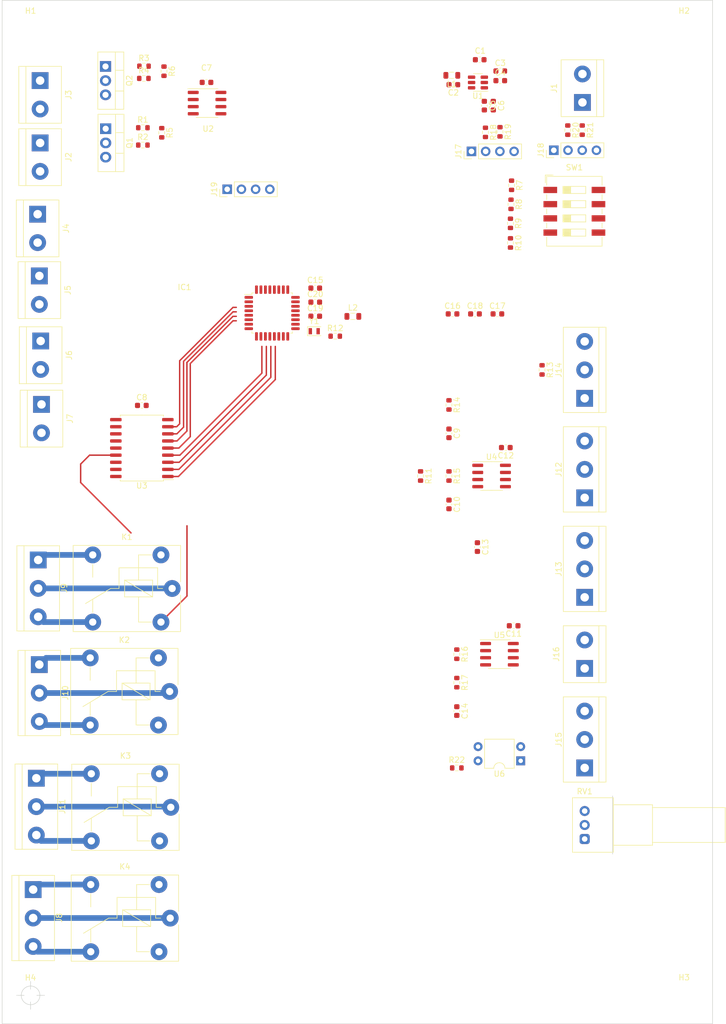
<source format=kicad_pcb>
(kicad_pcb (version 20211014) (generator pcbnew)
  (layers (0 "F.Cu" signal) (31 "B.Cu" signal) (34 "B.Paste" user) (35 "F.Paste" user) (36 "B.SilkS" user "B.Silkscreen") (37 "F.SilkS" user "F.Silkscreen") (38 "B.Mask" user) (39 "F.Mask" user) (44 "Edge.Cuts" user))
  (net 0 "")
  (net 1 "+12V")
  (net 2 "GND")
  (net 3 "Net-(C2-Pad1)")
  (net 4 "Net-(C2-Pad2)")
  (net 5 "+5V")
  (net 6 "/MainMicro/TDS_DATA")
  (net 7 "/MainMicro/pH_DATA")
  (net 8 "/MainMicro/LDR_DATA")
  (net 9 "Net-(C17-Pad1)")
  (net 10 "Net-(C18-Pad1)")
  (net 11 "+5VA")
  (net 12 "/DriverMotores/M1")
  (net 13 "/DriverMotores/M2")
  (net 14 "/DriverMotores/M3")
  (net 15 "/DriverMotores/M4")
  (net 16 "/MainMicro/TMP_HUM")
  (net 17 "/MainMicro/Tx")
  (net 18 "/MainMicro/Rx")
  (net 19 "/MainMicro/SDA")
  (net 20 "/MainMicro/SCL")
  (net 21 "Net-(IC1-Pad12)")
  (net 22 "/DriverMotores/RLY1")
  (net 23 "/DriverMotores/RLY2")
  (net 24 "/DriverMotores/RLY3")
  (net 25 "/DriverMotores/RLY4")
  (net 26 "/DIPSWITCH_4/DIP1")
  (net 27 "/DIPSWITCH_4/DIP2")
  (net 28 "/DIPSWITCH_4/DIP3")
  (net 29 "/DIPSWITCH_4/DIP4")
  (net 30 "Net-(IC1-Pad30)")
  (net 31 "/LED_OUT/PWM_R")
  (net 32 "/LED_OUT/PWM_A")
  (net 33 "M1_OUT")
  (net 34 "M2_OUT")
  (net 35 "M3_OUT")
  (net 36 "M4_OUT")
  (net 37 "Net-(J8-Pad1)")
  (net 38 "Net-(J8-Pad2)")
  (net 39 "Net-(J8-Pad3)")
  (net 40 "Net-(J9-Pad1)")
  (net 41 "Net-(J9-Pad2)")
  (net 42 "Net-(J9-Pad3)")
  (net 43 "Net-(J10-Pad1)")
  (net 44 "Net-(J10-Pad2)")
  (net 45 "Net-(J10-Pad3)")
  (net 46 "Net-(J11-Pad1)")
  (net 47 "Net-(J11-Pad2)")
  (net 48 "Net-(J11-Pad3)")
  (net 49 "Net-(J12-Pad2)")
  (net 50 "Net-(J13-Pad2)")
  (net 51 "GND1")
  (net 52 "Net-(J15-Pad2)")
  (net 53 "+5VD")
  (net 54 "Net-(J16-Pad1)")
  (net 55 "RLY1_OUT")
  (net 56 "RLY2_OUT")
  (net 57 "RLY3_OUT")
  (net 58 "RLY4_OUT")
  (net 59 "Net-(Q1-Pad1)")
  (net 60 "Net-(Q2-Pad1)")
  (net 61 "Net-(R1-Pad1)")
  (net 62 "Net-(R3-Pad1)")
  (net 63 "Net-(R14-Pad1)")
  (net 64 "Net-(R15-Pad1)")
  (net 65 "Net-(R17-Pad1)")
  (net 66 "Net-(RV1-Pad2)")
  (net 73 "Net-(J2-Pad1)")
  (net 74 "Net-(J3-Pad1)")
  (net 75 "/MainMicro/LV")
  (footprint "Package_TO_SOT_THT:TO-220-3_Vertical" (layer "F.Cu") (at 31.175 24.52 -90)
    (fp_text reference "Q2")
    (fp_text value "IRF3205")
  )
  (footprint "TerminalBlock:TerminalBlock_bornier-3_P5.08mm" (layer "F.Cu") (at 19.14 112.7 -90)
    (fp_text reference "J9")
    (fp_text value "Conn_01x03")
  )
  (footprint "TerminalBlock:TerminalBlock_bornier-2_P5.08mm" (layer "F.Cu") (at 19.485 38.19 -90)
    (fp_text reference "J2")
    (fp_text value "LED_BAR1")
  )
  (footprint "Capacitor_SMD:C_0603_1608Metric" (layer "F.Cu") (at 101.75 27.06)
    (fp_text reference "C4")
    (fp_text value "22uF")
  )
  (footprint "Inductor_SMD:L_0805_2012Metric" (layer "F.Cu") (at 75.3975 69.18)
    (fp_text reference "L2")
    (fp_text value "27nH")
  )
  (footprint "Resistor_SMD:R_0603_1608Metric" (layer "F.Cu") (at 116.4 35.9 -90)
    (fp_text reference "R21")
    (fp_text value "2.2K")
  )
  (footprint "Package_QFP:LQFP-32_7x7mm_P0.8mm" (layer "F.Cu") (at 60.96 68.58)
    (fp_text reference "IC1")
    (fp_text value "MC9S08MP16xLC")
  )
  (footprint "TerminalBlock:TerminalBlock_bornier-2_P5.08mm" (layer "F.Cu") (at 19.73 84.91 -90)
    (fp_text reference "J7")
    (fp_text value "M4")
  )
  (footprint "TerminalBlock:TerminalBlock_bornier-3_P5.08mm" (layer "F.Cu") (at 116.84 119.38 90)
    (fp_text reference "J13")
    (fp_text value "PH")
  )
  (footprint "Package_DIP:DIP-4_W7.62mm" (layer "F.Cu") (at 105.4 148.595 180)
    (fp_text reference "U6")
    (fp_text value "PC817")
  )
  (footprint "MountingHole:MountingHole_2.2mm_M2" (layer "F.Cu") (at 134.62 190.5)
    (fp_text reference "H3")
    (fp_text value "MountingHole")
  )
  (footprint "MountingHole:MountingHole_2.2mm_M2" (layer "F.Cu") (at 134.62 17.78)
    (fp_text reference "H2")
    (fp_text value "MountingHole")
  )
  (footprint "Resistor_SMD:R_0603_1608Metric" (layer "F.Cu") (at 38.055 24.47)
    (fp_text reference "R3")
    (fp_text value "10")
  )
  (footprint "Capacitor_SMD:C_0603_1608Metric" (layer "F.Cu") (at 92.58 90.08 -90)
    (fp_text reference "C9")
    (fp_text value "100n")
  )
  (footprint "TerminalBlock:TerminalBlock_bornier-3_P5.08mm" (layer "F.Cu") (at 116.84 149.86 90)
    (fp_text reference "J15")
    (fp_text value "LV_Agua")
  )
  (footprint "TerminalBlock:TerminalBlock_bornier-3_P5.08mm" (layer "F.Cu") (at 18.81 151.7 -90)
    (fp_text reference "J11")
    (fp_text value "Conn_01x03")
  )
  (footprint "Capacitor_SMD:C_0603_1608Metric" (layer "F.Cu") (at 97.2275 68.74)
    (fp_text reference "C18")
    (fp_text value "30pF")
  )
  (footprint "Resistor_SMD:R_0603_1608Metric" (layer "F.Cu") (at 93.98 134.62 -90)
    (fp_text reference "R17")
    (fp_text value "1K")
  )
  (footprint "Capacitor_SMD:C_0603_1608Metric" (layer "F.Cu") (at 93.2175 68.74)
    (fp_text reference "C16")
    (fp_text value "100nF")
  )
  (footprint "TerminalBlock:TerminalBlock_bornier-3_P5.08mm" (layer "F.Cu") (at 19.34 131.4 -90)
    (fp_text reference "J10")
    (fp_text value "Conn_01x03")
  )
  (footprint "Resistor_SMD:R_0603_1608Metric" (layer "F.Cu") (at 93.98 129.54 -90)
    (fp_text reference "R16")
    (fp_text value "100K")
  )
  (footprint "Capacitor_SMD:C_0603_1608Metric" (layer "F.Cu") (at 101.2375 68.74)
    (fp_text reference "C17")
    (fp_text value "30pF")
  )
  (footprint "TerminalBlock:TerminalBlock_bornier-3_P5.08mm" (layer "F.Cu") (at 116.84 83.82 90)
    (fp_text reference "J14")
    (fp_text value "DHT11")
  )
  (footprint "Resistor_SMD:R_0603_1608Metric" (layer "F.Cu") (at 101.7 36.2 -90)
    (fp_text reference "R19")
    (fp_text value "2.2K")
  )
  (footprint "Resistor_SMD:R_0603_1608Metric" (layer "F.Cu") (at 103.67 49.155 -90)
    (fp_text reference "R8")
    (fp_text value "2.2K")
  )
  (footprint "Capacitor_SMD:C_0603_1608Metric" (layer "F.Cu") (at 49.23 27.37 180)
    (fp_text reference "C7")
    (fp_text value "100nF")
  )
  (footprint "Resistor_SMD:R_0603_1608Metric" (layer "F.Cu") (at 103.57 56.055 -90)
    (fp_text reference "R10")
    (fp_text value "2.2K")
  )
  (footprint "Capacitor_SMD:C_0603_1608Metric" (layer "F.Cu") (at 98.07 23.32 180)
    (fp_text reference "C1")
    (fp_text value "10uF")
  )
  (footprint "TerminalBlock:TerminalBlock_bornier-2_P5.08mm" (layer "F.Cu") (at 116.44 30.95 90)
    (fp_text reference "J1")
    (fp_text value "+12V")
  )
  (footprint "TerminalBlock:TerminalBlock_bornier-3_P5.08mm" (layer "F.Cu") (at 18.24 171.6 -90)
    (fp_text reference "J8")
    (fp_text value "Conn_01x03")
  )
  (footprint "Package_SO:SOIC-18W_7.5x11.6mm_P1.27mm" (layer "F.Cu") (at 37.67 92.71 180)
    (fp_text reference "U3")
    (fp_text value "ULN2803A")
  )
  (footprint "Resistor_SMD:R_0603_1608Metric" (layer "F.Cu") (at 72.245 72.72)
    (fp_text reference "R12")
    (fp_text value "100K")
  )
  (footprint "Capacitor_SMD:C_0603_1608Metric" (layer "F.Cu") (at 93.365 27.78 180)
    (fp_text reference "C2")
    (fp_text value "100nF")
  )
  (footprint "Resistor_SMD:R_0603_1608Metric" (layer "F.Cu") (at 87.5 97.7 -90)
    (fp_text reference "R11")
    (fp_text value "100K")
  )
  (footprint "Package_TO_SOT_SMD:TSOT-23-6" (layer "F.Cu") (at 97.76 27.39 180)
    (fp_text reference "U1")
    (fp_text value "AP63205WU")
  )
  (footprint "Resistor_SMD:R_0603_1608Metric" (layer "F.Cu") (at 99.1 36.3 -90)
    (fp_text reference "R18")
    (fp_text value "2.2K")
  )
  (footprint "Resistor_SMD:R_0603_1608Metric" (layer "F.Cu") (at 109.22 78.74 -90)
    (fp_text reference "R13")
    (fp_text value "5.1K")
  )
  (footprint "Connector_PinHeader_2.54mm:PinHeader_1x04_P2.54mm_Vertical" (layer "F.Cu") (at 52.93 46.47 90)
    (fp_text reference "J19")
    (fp_text value "PROGRM")
  )
  (footprint "Capacitor_SMD:C_0603_1608Metric" (layer "F.Cu") (at 97.66 110.4 -90)
    (fp_text reference "C13")
    (fp_text value "100n")
  )
  (footprint "MountingHole:MountingHole_2.2mm_M2" (layer "F.Cu") (at 17.76 190.54)
    (fp_text reference "H4")
    (fp_text value "MountingHole")
  )
  (footprint "Resistor_SMD:R_0603_1608Metric" (layer "F.Cu") (at 92.58 97.7 -90)
    (fp_text reference "R15")
    (fp_text value "1K")
  )
  (footprint "Resistor_SMD:R_0603_1608Metric" (layer "F.Cu") (at 38.03 26.66)
    (fp_text reference "R4")
    (fp_text value "10")
  )
  (footprint "Resistor_SMD:R_0603_1608Metric" (layer "F.Cu") (at 103.77 45.755 -90)
    (fp_text reference "R7")
    (fp_text value "2.2K")
  )
  (footprint "Resistor_SMD:R_0603_1608Metric" (layer "F.Cu") (at 37.855 38.57)
    (fp_text reference "R2")
    (fp_text value "10")
  )
  (footprint "Inductor_SMD:L_0805_2012Metric" (layer "F.Cu") (at 93.09 26.11 180)
    (fp_text reference "L1")
    (fp_text value "u.7uH")
  )
  (footprint "Capacitor_SMD:C_0603_1608Metric" (layer "F.Cu") (at 68.67 64.13)
    (fp_text reference "C15")
    (fp_text value "4.7uF")
  )
  (footprint "TerminalBlock:TerminalBlock_bornier-3_P5.08mm" (layer "F.Cu") (at 116.84 101.6 90)
    (fp_text reference "J12")
    (fp_text value "TDS")
  )
  (footprint "Capacitor_SMD:C_0603_1608Metric" (layer "F.Cu") (at 68.67 69.15)
    (fp_text reference "C19")
    (fp_text value "1uF")
  )
  (footprint "Relay_THT:Relay_SPDT_Finder_36.11" (layer "F.Cu") (at 42.84 156.9 180)
    (fp_text reference "K3")
    (fp_text value "RLY3")
  )
  (footprint "Capacitor_SMD:C_0603_1608Metric" (layer "F.Cu") (at 104.14 124.46 180)
    (fp_text reference "C11")
    (fp_text value "100n")
  )
  (footprint "Capacitor_SMD:C_0603_1608Metric" (layer "F.Cu") (at 37.67 85.09)
    (fp_text reference "C8")
    (fp_text value "100nF")
  )
  (footprint "TerminalBlock:TerminalBlock_bornier-2_P5.08mm" (layer "F.Cu") (at 19.35 61.95 -90)
    (fp_text reference "J5")
    (fp_text value "M2")
  )
  (footprint "Relay_THT:Relay_SPDT_Finder_36.11" (layer "F.Cu") (at 43.09 117.8 180)
    (fp_text reference "K1")
    (fp_text value "RLY1")
  )
  (footprint "MountingHole:MountingHole_2.2mm_M2" (layer "F.Cu") (at 17.78 17.78)
    (fp_text reference "H1")
    (fp_text value "MountingHole")
  )
  (footprint "Button_Switch_SMD:SW_DIP_SPSTx04_Slide_9.78x12.34mm_W8.61mm_P2.54mm" (layer "F.Cu") (at 115 50.4)
    (fp_text reference "SW1")
    (fp_text value "SWDIP4")
  )
  (footprint "Resistor_SMD:R_0603_1608Metric" (layer "F.Cu") (at 41.63 25.37 -90)
    (fp_text reference "R6")
    (fp_text value "10k")
  )
  (footprint "Crystal:Crystal_SMD_2012-2Pin_2.0x1.2mm" (layer "F.Cu") (at 68.49 71.83)
    (fp_text reference "Y1")
    (fp_text value "Crystal")
  )
  (footprint "TerminalBlock:TerminalBlock_bornier-2_P5.08mm" (layer "F.Cu") (at 19.58 73.58 -90)
    (fp_text reference "J6")
    (fp_text value "M3")
  )
  (footprint "Package_SO:SOIC-8_3.9x4.9mm_P1.27mm" (layer "F.Cu") (at 101.6 129.54)
    (fp_text reference "U5")
    (fp_text value "LM358")
  )
  (footprint "Resistor_SMD:R_0603_1608Metric" (layer "F.Cu") (at 92.58 85 -90)
    (fp_text reference "R14")
    (fp_text value "1K")
  )
  (footprint "TerminalBlock:TerminalBlock_bornier-2_P5.08mm" (layer "F.Cu") (at 19.04 50.92 -90)
    (fp_text reference "J4")
    (fp_text value "M1")
  )
  (footprint "Capacitor_SMD:C_0603_1608Metric" (layer "F.Cu") (at 92.58 102.78 -90)
    (fp_text reference "C10")
    (fp_text value "100nF")
  )
  (footprint "TerminalBlock:TerminalBlock_bornier-2_P5.08mm" (layer "F.Cu") (at 19.485 27.05 -90)
    (fp_text reference "J3")
    (fp_text value "LED_BAR2")
  )
  (footprint "Relay_THT:Relay_SPDT_Finder_36.11" (layer "F.Cu") (at 42.64 136.2 180)
    (fp_text reference "K2")
    (fp_text value "RLY2")
  )
  (footprint "Potentiometer_THT:Potentiometer_Alps_RK097_Single_Horizontal" (layer "F.Cu") (at 116.84 162.56 180)
    (fp_text reference "RV1")
    (fp_text value "10K_POT")
    (fp_line (start -5 -2.7) (end -5 7.7) (layer "Edge.Cuts") (width 0.1))
  )
  (footprint "Connector_PinHeader_2.54mm:PinHeader_1x04_P2.54mm_Vertical" (layer "F.Cu") (at 111.32 39.5 90)
    (fp_text reference "J18")
    (fp_text value "UART")
  )
  (footprint "TerminalBlock:TerminalBlock_bornier-2_P5.08mm" (layer "F.Cu") (at 116.84 132.08 90)
    (fp_text reference "J16")
    (fp_text value "LDR_CON")
  )
  (footprint "Resistor_SMD:R_0603_1608Metric" (layer "F.Cu") (at 113.82 35.9 -90)
    (fp_text reference "R20")
    (fp_text value "2.2K")
  )
  (footprint "Package_SO:SOIC-8_3.9x4.9mm_P1.27mm" (layer "F.Cu") (at 49.33 31.07)
    (fp_text reference "U2")
    (fp_text value "MIC4427")
  )
  (footprint "Resistor_SMD:R_0603_1608Metric" (layer "F.Cu") (at 103.57 52.555 -90)
    (fp_text reference "R9")
    (fp_text value "2.2K")
  )
  (footprint "Capacitor_SMD:C_0603_1608Metric" (layer "F.Cu") (at 101.75 25.34)
    (fp_text reference "C3")
    (fp_text value "22uF")
  )
  (footprint "Capacitor_SMD:C_0603_1608Metric" (layer "F.Cu") (at 68.67 66.64)
    (fp_text reference "C20")
    (fp_text value "100nF")
  )
  (footprint "Resistor_SMD:R_0603_1608Metric" (layer "F.Cu") (at 37.855 35.47)
    (fp_text reference "R1")
    (fp_text value "10")
  )
  (footprint "Capacitor_SMD:C_0603_1608Metric" (layer "F.Cu") (at 102.74 92.62 180)
    (fp_text reference "C12")
    (fp_text value "100n")
  )
  (footprint "Relay_THT:Relay_SPDT_Finder_36.11" (layer "F.Cu") (at 42.74 176.7 180)
    (fp_text reference "K4")
    (fp_text value "RLY4")
  )
  (footprint "Package_SO:SOIC-8_3.9x4.9mm_P1.27mm" (layer "F.Cu") (at 100.2 97.7)
    (fp_text reference "U4")
    (fp_text value "LM358")
  )
  (footprint "Capacitor_SMD:C_0603_1608Metric" (layer "F.Cu") (at 93.98 139.7 -90)
    (fp_text reference "C14")
    (fp_text value "100n")
  )
  (footprint "Capacitor_SMD:C_0603_1608Metric" (layer "F.Cu") (at 100.5 31.525 -90)
    (fp_text reference "C6")
    (fp_text value "100nF")
  )
  (footprint "Resistor_SMD:R_0603_1608Metric" (layer "F.Cu") (at 41.23 36.37 -90)
    (fp_text reference "R5")
    (fp_text value "10k")
  )
  (footprint "Connector_PinHeader_2.54mm:PinHeader_1x04_P2.54mm_Vertical" (layer "F.Cu") (at 96.6 39.7 90)
    (fp_text reference "J17")
    (fp_text value "I2C")
  )
  (footprint "Resistor_SMD:R_0603_1608Metric" (layer "F.Cu") (at 93.98 149.86)
    (fp_text reference "R22")
    (fp_text value "1k")
  )
  (footprint "Capacitor_SMD:C_0603_1608Metric" (layer "F.Cu") (at 98.9 31.525 -90)
    (fp_text reference "C5")
    (fp_text value "100nF")
  )
  (footprint "Package_TO_SOT_THT:TO-220-3_Vertical" (layer "F.Cu") (at 31.205 35.65 -90)
    (fp_text reference "Q1")
    (fp_text value "IRF3205")
  )
  (gr_rect (start 12.7 195.58) (end 139.7 12.7) (layer "Edge.Cuts") (width 0.1) (fill none))
  (target plus (at 17.78 190.5) (size 5) (width 0.1) (layer "Edge.Cuts"))
  (segment (start 53.969283 69.97) (end 46.33 77.609283) (width 0.25) (layer "F.Cu") (net 12))
  (segment (start 46.33 77.609283) (end 46.33 90.67) (width 0.25) (layer "F.Cu") (net 12))
  (segment (start 46.33 90.67) (end 44.29 92.71) (width 0.25) (layer "F.Cu") (net 12))
  (segment (start 44.29 92.71) (end 42.32 92.71) (width 0.25) (layer "F.Cu") (net 12))
  (segment (start 54.555 69.97) (end 53.969283 69.97) (width 0.25) (layer "F.Cu") (net 12))
  (segment (start 54.555 69.17) (end 53.969283 69.17) (width 0.25) (layer "F.Cu") (net 13))
  (segment (start 53.969283 69.17) (end 45.73 77.409283) (width 0.25) (layer "F.Cu") (net 13))
  (segment (start 45.73 89.67) (end 43.96 91.44) (width 0.25) (layer "F.Cu") (net 13))
  (segment (start 43.96 91.44) (end 42.32 91.44) (width 0.25) (layer "F.Cu") (net 13))
  (segment (start 45.73 77.409283) (end 45.73 89.67) (width 0.25) (layer "F.Cu") (net 13))
  (segment (start 43.93 90.17) (end 42.32 90.17) (width 0.25) (layer "F.Cu") (net 14))
  (segment (start 54.555 68.37) (end 53.969283 68.37) (width 0.25) (layer "F.Cu") (net 14))
  (segment (start 45.13 88.97) (end 43.93 90.17) (width 0.25) (layer "F.Cu") (net 14))
  (segment (start 53.969283 68.37) (end 45.13 77.209283) (width 0.25) (layer "F.Cu") (net 14))
  (segment (start 45.13 77.209283) (end 45.13 88.97) (width 0.25) (layer "F.Cu") (net 14))
  (segment (start 44.43 88.37) (end 43.9 88.9) (width 0.25) (layer "F.Cu") (net 15))
  (segment (start 44.43 77.109283) (end 44.43 88.37) (width 0.25) (layer "F.Cu") (net 15))
  (segment (start 53.969283 67.57) (end 44.43 77.109283) (width 0.25) (layer "F.Cu") (net 15))
  (segment (start 54.555 67.57) (end 53.969283 67.57) (width 0.25) (layer "F.Cu") (net 15))
  (segment (start 43.9 88.9) (end 42.32 88.9) (width 0.25) (layer "F.Cu") (net 15))
  (segment (start 44.47 93.98) (end 42.32 93.98) (width 0.25) (layer "F.Cu") (net 22))
  (segment (start 59.13 74.545) (end 59.13 79.32) (width 0.25) (layer "F.Cu") (net 22))
  (segment (start 59.13 79.32) (end 44.47 93.98) (width 0.25) (layer "F.Cu") (net 22))
  (segment (start 59.93 74.545) (end 59.93 79.67) (width 0.25) (layer "F.Cu") (net 23))
  (segment (start 44.35 95.25) (end 42.32 95.25) (width 0.25) (layer "F.Cu") (net 23))
  (segment (start 59.93 79.67) (end 44.35 95.25) (width 0.25) (layer "F.Cu") (net 23))
  (segment (start 60.73 80.07) (end 44.28 96.52) (width 0.25) (layer "F.Cu") (net 24))
  (segment (start 60.73 74.545) (end 60.73 80.07) (width 0.25) (layer "F.Cu") (net 24))
  (segment (start 44.28 96.52) (end 42.32 96.52) (width 0.25) (layer "F.Cu") (net 24))
  (segment (start 61.53 74.545) (end 61.53 80.47) (width 0.25) (layer "F.Cu") (net 25))
  (segment (start 44.21 97.79) (end 42.32 97.79) (width 0.25) (layer "F.Cu") (net 25))
  (segment (start 61.53 80.47) (end 44.21 97.79) (width 0.25) (layer "F.Cu") (net 25))
  (segment (start 19.24 170.6) (end 19.34 170.6) (width 1.016) (layer "B.Cu") (net 37))
  (segment (start 19.44 170.7) (end 28.54 170.7) (width 1.016) (layer "B.Cu") (net 37))
  (segment (start 19.34 170.6) (end 19.44 170.7) (width 1.016) (layer "B.Cu") (net 37))
  (segment (start 18.24 171.6) (end 19.24 170.6) (width 1.016) (layer "B.Cu") (net 37))
  (segment (start 42.72 176.68) (end 42.74 176.7) (width 1.016) (layer "B.Cu") (net 38))
  (segment (start 18.24 176.68) (end 42.72 176.68) (width 1.016) (layer "B.Cu") (net 38))
  (segment (start 19.04 182.7) (end 28.54 182.7) (width 1.016) (layer "B.Cu") (net 39))
  (segment (start 18.24 181.9) (end 19.04 182.7) (width 1.016) (layer "B.Cu") (net 39))
  (segment (start 18.24 181.76) (end 18.24 181.9) (width 1.016) (layer "B.Cu") (net 39))
  (segment (start 27.99 112.7) (end 28.89 111.8) (width 0.25) (layer "F.Cu") (net 40))
  (segment (start 20.04 111.8) (end 28.89 111.8) (width 1.016) (layer "B.Cu") (net 40))
  (segment (start 19.14 112.7) (end 20.04 111.8) (width 1.016) (layer "B.Cu") (net 40))
  (segment (start 43.07 117.78) (end 43.09 117.8) (width 1.016) (layer "B.Cu") (net 41))
  (segment (start 19.14 117.78) (end 43.07 117.78) (width 1.016) (layer "B.Cu") (net 41))
  (segment (start 20.08 123.8) (end 28.89 123.8) (width 1.016) (layer "B.Cu") (net 42))
  (segment (start 19.14 122.86) (end 20.08 123.8) (width 1.016) (layer "B.Cu") (net 42))
  (segment (start 19.34 131.4) (end 20.54 130.2) (width 1.016) (layer "B.Cu") (net 43))
  (segment (start 20.54 130.2) (end 28.44 130.2) (width 1.016) (layer "B.Cu") (net 43))
  (segment (start 19.34 136.48) (end 42.36 136.48) (width 1.016) (layer "B.Cu") (net 44))
  (segment (start 42.36 136.48) (end 42.64 136.2) (width 1.016) (layer "B.Cu") (net 44))
  (segment (start 19.34 141.56) (end 19.98 142.2) (width 1.016) (layer "B.Cu") (net 45))
  (segment (start 19.98 142.2) (end 28.44 142.2) (width 1.016) (layer "B.Cu") (net 45))
  (segment (start 18.94 151.7) (end 19.74 150.9) (width 1.016) (layer "B.Cu") (net 46))
  (segment (start 19.74 150.9) (end 28.64 150.9) (width 1.016) (layer "B.Cu") (net 46))
  (segment (start 18.81 151.7) (end 18.94 151.7) (width 1.016) (layer "B.Cu") (net 46))
  (segment (start 18.81 156.78) (end 42.72 156.78) (width 1.016) (layer "B.Cu") (net 47))
  (segment (start 42.72 156.78) (end 42.84 156.9) (width 1.016) (layer "B.Cu") (net 47))
  (segment (start 18.81 162.07) (end 19.64 162.9) (width 1.016) (layer "B.Cu") (net 48))
  (segment (start 18.81 161.86) (end 18.81 162.07) (width 1.016) (layer "B.Cu") (net 48))
  (segment (start 19.64 162.9) (end 28.64 162.9) (width 1.016) (layer "B.Cu") (net 48))
  (segment (start 45.74 119.15) (end 45.74 106.6) (width 0.254) (layer "F.Cu") (net 55))
  (segment (start 26.73 98.87) (end 26.73 95.57) (width 0.254) (layer "F.Cu") (net 55))
  (segment (start 41.09 123.8) (end 45.74 119.15) (width 0.254) (layer "F.Cu") (net 55))
  (segment (start 26.73 95.57) (end 28.32 93.98) (width 0.254) (layer "F.Cu") (net 55))
  (segment (start 35.73 107.87) (end 26.73 98.87) (width 0.254) (layer "F.Cu") (net 55))
  (segment (start 28.32 93.98) (end 33.02 93.98) (width 0.254) (layer "F.Cu") (net 55))
)
</source>
